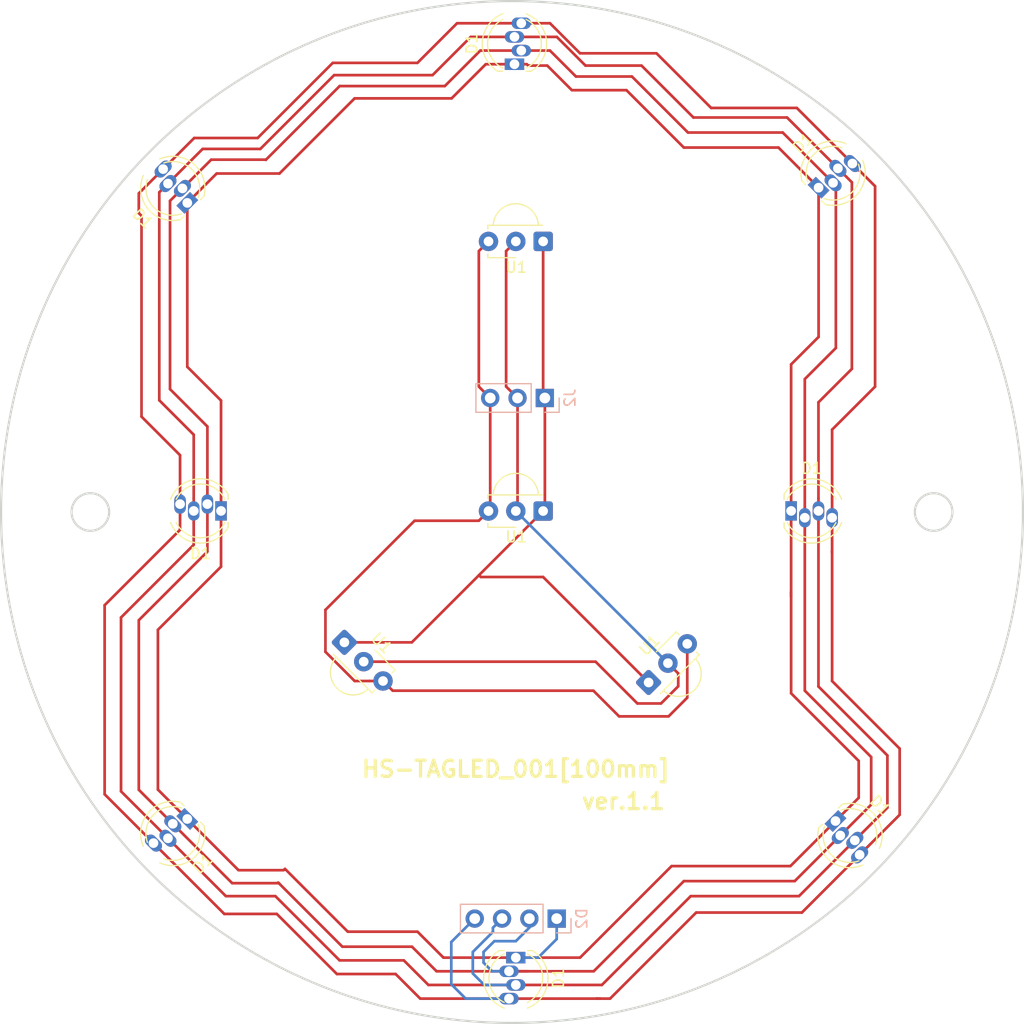
<source format=kicad_pcb>
(kicad_pcb (version 20171130) (host pcbnew "(5.1.2)-2")

  (general
    (thickness 1.6)
    (drawings 5)
    (tracks 240)
    (zones 0)
    (modules 14)
    (nets 8)
  )

  (page A4)
  (layers
    (0 F.Cu signal)
    (31 B.Cu signal)
    (32 B.Adhes user)
    (33 F.Adhes user)
    (34 B.Paste user)
    (35 F.Paste user)
    (36 B.SilkS user)
    (37 F.SilkS user)
    (38 B.Mask user)
    (39 F.Mask user)
    (40 Dwgs.User user)
    (41 Cmts.User user)
    (42 Eco1.User user)
    (43 Eco2.User user)
    (44 Edge.Cuts user)
    (45 Margin user)
    (46 B.CrtYd user)
    (47 F.CrtYd user)
    (48 B.Fab user)
    (49 F.Fab user)
  )

  (setup
    (last_trace_width 0.25)
    (trace_clearance 0.2)
    (zone_clearance 0.508)
    (zone_45_only no)
    (trace_min 0.2)
    (via_size 0.8)
    (via_drill 0.4)
    (via_min_size 0.4)
    (via_min_drill 0.3)
    (uvia_size 0.3)
    (uvia_drill 0.1)
    (uvias_allowed no)
    (uvia_min_size 0.2)
    (uvia_min_drill 0.1)
    (edge_width 0.05)
    (segment_width 0.2)
    (pcb_text_width 0.3)
    (pcb_text_size 1.5 1.5)
    (mod_edge_width 0.12)
    (mod_text_size 1 1)
    (mod_text_width 0.15)
    (pad_size 1.8 1.8)
    (pad_drill 0.9)
    (pad_to_mask_clearance 0.051)
    (solder_mask_min_width 0.25)
    (aux_axis_origin 80.01 140.01)
    (grid_origin 80.01 140.01)
    (visible_elements 7FFFFFFF)
    (pcbplotparams
      (layerselection 0x090fc_ffffffff)
      (usegerberextensions true)
      (usegerberattributes false)
      (usegerberadvancedattributes false)
      (creategerberjobfile false)
      (excludeedgelayer true)
      (linewidth 0.100000)
      (plotframeref false)
      (viasonmask false)
      (mode 1)
      (useauxorigin false)
      (hpglpennumber 1)
      (hpglpenspeed 20)
      (hpglpendiameter 15.000000)
      (psnegative false)
      (psa4output false)
      (plotreference true)
      (plotvalue true)
      (plotinvisibletext false)
      (padsonsilk false)
      (subtractmaskfromsilk true)
      (outputformat 1)
      (mirror false)
      (drillshape 0)
      (scaleselection 1)
      (outputdirectory "C:/Users/YUUTA ISHII/Desktop/HS-TAGLED001/"))
  )

  (net 0 "")
  (net 1 "Net-(D1-Pad1)")
  (net 2 "Net-(D1-Pad2)")
  (net 3 "Net-(D1-Pad3)")
  (net 4 "Net-(D1-Pad4)")
  (net 5 "Net-(J2-Pad1)")
  (net 6 "Net-(J2-Pad2)")
  (net 7 "Net-(J2-Pad3)")

  (net_class Default "これはデフォルトのネット クラスです。"
    (clearance 0.2)
    (trace_width 0.25)
    (via_dia 0.8)
    (via_drill 0.4)
    (uvia_dia 0.3)
    (uvia_drill 0.1)
    (add_net "Net-(D1-Pad1)")
    (add_net "Net-(D1-Pad2)")
    (add_net "Net-(D1-Pad3)")
    (add_net "Net-(D1-Pad4)")
    (add_net "Net-(J2-Pad1)")
    (add_net "Net-(J2-Pad2)")
    (add_net "Net-(J2-Pad3)")
  )

  (module OptoDevice:Vishay_MINICAST-3Pin (layer F.Cu) (tedit 5D7522FA) (tstamp 5D74D99D)
    (at 130.01 64.955 180)
    (descr "IR Receiver Vishay TSOP-xxxx, MINICAST package, see https://www.vishay.com/docs/82669/tsop32s40f.pdf")
    (tags "IR Receiver Vishay TSOP-xxxx MINICAST")
    (path /5D5A22C4)
    (fp_text reference U1 (at -0.04 -2.4) (layer F.SilkS)
      (effects (font (size 1 1) (thickness 0.15)))
    )
    (fp_text value TSOP59540TR1 (at 0.01 4.6) (layer F.Fab)
      (effects (font (size 1 1) (thickness 0.15)))
    )
    (fp_line (start -1.75 -1.4) (end -2.5 -0.65) (layer F.Fab) (width 0.1))
    (fp_arc (start 0 1.4) (end 2 1.4) (angle 180) (layer F.Fab) (width 0.1))
    (fp_arc (start 0 1.4) (end 2.1 1.5) (angle 174.5) (layer F.SilkS) (width 0.12))
    (fp_line (start 3.69 3.7) (end -3.69 3.7) (layer F.CrtYd) (width 0.05))
    (fp_line (start 3.69 3.7) (end 3.69 -1.65) (layer F.CrtYd) (width 0.05))
    (fp_line (start -3.69 -1.65) (end -3.69 3.7) (layer F.CrtYd) (width 0.05))
    (fp_line (start -3.69 -1.65) (end 3.69 -1.65) (layer F.CrtYd) (width 0.05))
    (fp_line (start -2.5 1.4) (end -2.5 -0.65) (layer F.Fab) (width 0.1))
    (fp_line (start 2.5 1.4) (end -2.5 1.4) (layer F.Fab) (width 0.1))
    (fp_line (start 2.5 -1.4) (end 2.5 1.4) (layer F.Fab) (width 0.1))
    (fp_line (start -1.75 -1.4) (end 2.5 -1.4) (layer F.Fab) (width 0.1))
    (fp_line (start 2.6 1.5) (end -2.49 1.5) (layer F.SilkS) (width 0.12))
    (fp_line (start 2.6 1.16) (end 2.6 1.5) (layer F.SilkS) (width 0.12))
    (fp_line (start 2.6 -1.51) (end 0 -1.51) (layer F.SilkS) (width 0.12))
    (fp_line (start 2.6 -1.16) (end 2.6 -1.51) (layer F.SilkS) (width 0.12))
    (fp_text user %R (at 0 0 180) (layer F.Fab)
      (effects (font (size 1 1) (thickness 0.15)))
    )
    (pad 3 thru_hole circle (at 2.54 0 180) (size 1.8 1.8) (drill 0.9) (layers *.Cu *.Mask)
      (net 7 "Net-(J2-Pad3)"))
    (pad 2 thru_hole circle (at 0 0 180) (size 1.8 1.8) (drill 0.9) (layers *.Cu *.Mask)
      (net 6 "Net-(J2-Pad2)"))
    (pad 1 thru_hole roundrect (at -2.54 0 180) (size 1.8 1.8) (drill 0.9) (layers *.Cu *.Mask) (roundrect_rratio 0.139)
      (net 5 "Net-(J2-Pad1)"))
    (model ${KISYS3DMOD}/OptoDevice.3dshapes/Vishay_MINICAST-3Pin.wrl
      (at (xyz 0 0 0))
      (scale (xyz 1 1 1))
      (rotate (xyz 0 0 0))
    )
  )

  (module Connector_PinHeader_2.54mm:PinHeader_1x04_P2.54mm_Vertical (layer B.Cu) (tedit 5D73E2B5) (tstamp 5D7581C7)
    (at 133.81 127.91 90)
    (descr "Through hole straight pin header, 1x04, 2.54mm pitch, single row")
    (tags "Through hole pin header THT 1x04 2.54mm single row")
    (path /5D5E563C)
    (fp_text reference D2 (at 0 2.33 270) (layer B.SilkS)
      (effects (font (size 1 1) (thickness 0.15)) (justify mirror))
    )
    (fp_text value LED_ARGB (at 0 -9.95 270) (layer B.Fab)
      (effects (font (size 1 1) (thickness 0.15)) (justify mirror))
    )
    (fp_line (start -0.635 1.27) (end 1.27 1.27) (layer B.Fab) (width 0.1))
    (fp_line (start 1.27 1.27) (end 1.27 -8.89) (layer B.Fab) (width 0.1))
    (fp_line (start 1.27 -8.89) (end -1.27 -8.89) (layer B.Fab) (width 0.1))
    (fp_line (start -1.27 -8.89) (end -1.27 0.635) (layer B.Fab) (width 0.1))
    (fp_line (start -1.27 0.635) (end -0.635 1.27) (layer B.Fab) (width 0.1))
    (fp_line (start -1.33 -8.95) (end 1.33 -8.95) (layer B.SilkS) (width 0.12))
    (fp_line (start -1.33 -1.27) (end -1.33 -8.95) (layer B.SilkS) (width 0.12))
    (fp_line (start 1.33 -1.27) (end 1.33 -8.95) (layer B.SilkS) (width 0.12))
    (fp_line (start -1.33 -1.27) (end 1.33 -1.27) (layer B.SilkS) (width 0.12))
    (fp_line (start -1.33 0) (end -1.33 1.33) (layer B.SilkS) (width 0.12))
    (fp_line (start -1.33 1.33) (end 0 1.33) (layer B.SilkS) (width 0.12))
    (fp_line (start -1.8 1.8) (end -1.8 -9.4) (layer B.CrtYd) (width 0.05))
    (fp_line (start -1.8 -9.4) (end 1.8 -9.4) (layer B.CrtYd) (width 0.05))
    (fp_line (start 1.8 -9.4) (end 1.8 1.8) (layer B.CrtYd) (width 0.05))
    (fp_line (start 1.8 1.8) (end -1.8 1.8) (layer B.CrtYd) (width 0.05))
    (fp_text user %R (at 0 -3.81) (layer B.Fab)
      (effects (font (size 1 1) (thickness 0.15)) (justify mirror))
    )
    (pad 1 thru_hole rect (at 0 0 90) (size 1.7 1.7) (drill 1) (layers *.Cu *.Mask)
      (net 1 "Net-(D1-Pad1)"))
    (pad 2 thru_hole oval (at 0 -2.54 90) (size 1.7 1.7) (drill 1) (layers *.Cu *.Mask)
      (net 2 "Net-(D1-Pad2)"))
    (pad 3 thru_hole oval (at 0 -5.08 90) (size 1.7 1.7) (drill 1) (layers *.Cu *.Mask)
      (net 3 "Net-(D1-Pad3)"))
    (pad 4 thru_hole oval (at 0 -7.62 90) (size 1.7 1.7) (drill 1) (layers *.Cu *.Mask)
      (net 4 "Net-(D1-Pad4)"))
    (model ${KISYS3DMOD}/Connector_PinHeader_2.54mm.3dshapes/PinHeader_1x04_P2.54mm_Vertical.wrl
      (at (xyz 0 0 0))
      (scale (xyz 1 1 1))
      (rotate (xyz 0 0 0))
    )
  )

  (module Connector_PinHeader_2.54mm:PinHeader_1x03_P2.54mm_Vertical (layer B.Cu) (tedit 59FED5CC) (tstamp 5D758141)
    (at 132.71 79.51 90)
    (descr "Through hole straight pin header, 1x03, 2.54mm pitch, single row")
    (tags "Through hole pin header THT 1x03 2.54mm single row")
    (path /5D745688)
    (fp_text reference J2 (at 0 2.33 -90) (layer B.SilkS)
      (effects (font (size 1 1) (thickness 0.15)) (justify mirror))
    )
    (fp_text value Conn_01x03 (at 0 -7.41 -90) (layer B.Fab)
      (effects (font (size 1 1) (thickness 0.15)) (justify mirror))
    )
    (fp_text user %R (at 0 -2.54) (layer B.Fab)
      (effects (font (size 1 1) (thickness 0.15)) (justify mirror))
    )
    (fp_line (start 1.8 1.8) (end -1.8 1.8) (layer B.CrtYd) (width 0.05))
    (fp_line (start 1.8 -6.85) (end 1.8 1.8) (layer B.CrtYd) (width 0.05))
    (fp_line (start -1.8 -6.85) (end 1.8 -6.85) (layer B.CrtYd) (width 0.05))
    (fp_line (start -1.8 1.8) (end -1.8 -6.85) (layer B.CrtYd) (width 0.05))
    (fp_line (start -1.33 1.33) (end 0 1.33) (layer B.SilkS) (width 0.12))
    (fp_line (start -1.33 0) (end -1.33 1.33) (layer B.SilkS) (width 0.12))
    (fp_line (start -1.33 -1.27) (end 1.33 -1.27) (layer B.SilkS) (width 0.12))
    (fp_line (start 1.33 -1.27) (end 1.33 -6.41) (layer B.SilkS) (width 0.12))
    (fp_line (start -1.33 -1.27) (end -1.33 -6.41) (layer B.SilkS) (width 0.12))
    (fp_line (start -1.33 -6.41) (end 1.33 -6.41) (layer B.SilkS) (width 0.12))
    (fp_line (start -1.27 0.635) (end -0.635 1.27) (layer B.Fab) (width 0.1))
    (fp_line (start -1.27 -6.35) (end -1.27 0.635) (layer B.Fab) (width 0.1))
    (fp_line (start 1.27 -6.35) (end -1.27 -6.35) (layer B.Fab) (width 0.1))
    (fp_line (start 1.27 1.27) (end 1.27 -6.35) (layer B.Fab) (width 0.1))
    (fp_line (start -0.635 1.27) (end 1.27 1.27) (layer B.Fab) (width 0.1))
    (pad 3 thru_hole oval (at 0 -5.08 90) (size 1.7 1.7) (drill 1) (layers *.Cu *.Mask)
      (net 7 "Net-(J2-Pad3)"))
    (pad 2 thru_hole oval (at 0 -2.54 90) (size 1.7 1.7) (drill 1) (layers *.Cu *.Mask)
      (net 6 "Net-(J2-Pad2)"))
    (pad 1 thru_hole rect (at 0 0 90) (size 1.7 1.7) (drill 1) (layers *.Cu *.Mask)
      (net 5 "Net-(J2-Pad1)"))
    (model ${KISYS3DMOD}/Connector_PinHeader_2.54mm.3dshapes/PinHeader_1x03_P2.54mm_Vertical.wrl
      (at (xyz 0 0 0))
      (scale (xyz 1 1 1))
      (rotate (xyz 0 0 0))
    )
  )

  (module LED_THT:LED_D5.0mm-4_RGB (layer F.Cu) (tedit 5D75210F) (tstamp 5D745EBF)
    (at 129.883 48.481 90)
    (descr "LED, diameter 5.0mm, 2 pins, diameter 5.0mm, 3 pins, diameter 5.0mm, 4 pins, http://www.kingbright.com/attachments/file/psearch/000/00/00/L-154A4SUREQBFZGEW(Ver.9A).pdf")
    (tags "LED diameter 5.0mm 2 pins diameter 5.0mm 3 pins diameter 5.0mm 4 pins RGB RGBLED")
    (path /5D73DD13)
    (fp_text reference D1 (at 1.905 -3.96 90) (layer F.SilkS)
      (effects (font (size 1 1) (thickness 0.15)))
    )
    (fp_text value LED_ARGB (at 1.905 3.96 90) (layer F.Fab)
      (effects (font (size 1 1) (thickness 0.15)))
    )
    (fp_arc (start 1.905 0) (end -0.595 -1.469694) (angle 299.1) (layer F.Fab) (width 0.1))
    (fp_arc (start 1.905 0) (end -0.655 -1.54483) (angle 127.7) (layer F.SilkS) (width 0.12))
    (fp_arc (start 1.905 0) (end -0.655 1.54483) (angle -127.7) (layer F.SilkS) (width 0.12))
    (fp_arc (start 1.905 0) (end -0.349684 -1.08) (angle 128.8) (layer F.SilkS) (width 0.12))
    (fp_arc (start 1.905 0) (end -0.349684 1.08) (angle -128.8) (layer F.SilkS) (width 0.12))
    (fp_circle (center 1.905 0) (end 4.405 0) (layer F.Fab) (width 0.1))
    (fp_line (start -0.595 -1.469694) (end -0.595 1.469694) (layer F.Fab) (width 0.1))
    (fp_line (start -0.655 -1.545) (end -0.655 -1.08) (layer F.SilkS) (width 0.12))
    (fp_line (start -0.655 1.08) (end -0.655 1.545) (layer F.SilkS) (width 0.12))
    (fp_line (start -1.35 -3.25) (end -1.35 3.25) (layer F.CrtYd) (width 0.05))
    (fp_line (start -1.35 3.25) (end 5.15 3.25) (layer F.CrtYd) (width 0.05))
    (fp_line (start 5.15 3.25) (end 5.15 -3.25) (layer F.CrtYd) (width 0.05))
    (fp_line (start 5.15 -3.25) (end -1.35 -3.25) (layer F.CrtYd) (width 0.05))
    (fp_text user %R (at 1.905 -3.96 90) (layer F.Fab)
      (effects (font (size 1 1) (thickness 0.15)))
    )
    (pad 1 thru_hole rect (at 0 0 90) (size 1.07 1.8) (drill 0.9) (layers *.Cu *.Mask)
      (net 1 "Net-(D1-Pad1)"))
    (pad 2 thru_hole oval (at 1.27 0.635 90) (size 1.07 1.8) (drill 0.9) (layers *.Cu *.Mask)
      (net 2 "Net-(D1-Pad2)"))
    (pad 3 thru_hole oval (at 2.54 0 90) (size 1.07 1.8) (drill 0.9) (layers *.Cu *.Mask)
      (net 3 "Net-(D1-Pad3)"))
    (pad 4 thru_hole oval (at 3.81 0.635 90) (size 1.07 1.8) (drill 0.9) (layers *.Cu *.Mask)
      (net 4 "Net-(D1-Pad4)"))
    (model ${KISYS3DMOD}/LED_THT.3dshapes/LED_D5.0mm-4_RGB.wrl
      (at (xyz 0 0 0))
      (scale (xyz 1 1 1))
      (rotate (xyz 0 0 0))
    )
  )

  (module LED_THT:LED_D5.0mm-4_RGB (layer F.Cu) (tedit 5D752100) (tstamp 5D753E87)
    (at 158.157038 59.957962 45)
    (descr "LED, diameter 5.0mm, 2 pins, diameter 5.0mm, 3 pins, diameter 5.0mm, 4 pins, http://www.kingbright.com/attachments/file/psearch/000/00/00/L-154A4SUREQBFZGEW(Ver.9A).pdf")
    (tags "LED diameter 5.0mm 2 pins diameter 5.0mm 3 pins diameter 5.0mm 4 pins RGB RGBLED")
    (path /5D73DD13)
    (fp_text reference D1 (at 1.905 -3.96 45) (layer F.SilkS)
      (effects (font (size 1 1) (thickness 0.15)))
    )
    (fp_text value LED_ARGB (at 1.905 3.96 45) (layer F.Fab)
      (effects (font (size 1 1) (thickness 0.15)))
    )
    (fp_text user %R (at 1.905 -3.96 45) (layer F.Fab)
      (effects (font (size 1 1) (thickness 0.15)))
    )
    (fp_line (start 5.15 -3.25) (end -1.35 -3.25) (layer F.CrtYd) (width 0.05))
    (fp_line (start 5.15 3.25) (end 5.15 -3.25) (layer F.CrtYd) (width 0.05))
    (fp_line (start -1.35 3.25) (end 5.15 3.25) (layer F.CrtYd) (width 0.05))
    (fp_line (start -1.35 -3.25) (end -1.35 3.25) (layer F.CrtYd) (width 0.05))
    (fp_line (start -0.655 1.08) (end -0.655 1.545) (layer F.SilkS) (width 0.12))
    (fp_line (start -0.655 -1.545) (end -0.655 -1.08) (layer F.SilkS) (width 0.12))
    (fp_line (start -0.595 -1.469694) (end -0.595 1.469694) (layer F.Fab) (width 0.1))
    (fp_circle (center 1.905 0) (end 4.405 0) (layer F.Fab) (width 0.1))
    (fp_arc (start 1.905 0) (end -0.349684 1.08) (angle -128.8) (layer F.SilkS) (width 0.12))
    (fp_arc (start 1.905 0) (end -0.349684 -1.08) (angle 128.8) (layer F.SilkS) (width 0.12))
    (fp_arc (start 1.905 0) (end -0.655 1.54483) (angle -127.7) (layer F.SilkS) (width 0.12))
    (fp_arc (start 1.905 0) (end -0.655 -1.54483) (angle 127.7) (layer F.SilkS) (width 0.12))
    (fp_arc (start 1.905 0) (end -0.595 -1.469694) (angle 299.1) (layer F.Fab) (width 0.1))
    (pad 4 thru_hole oval (at 3.81 0.635 45) (size 1.07 1.8) (drill 0.9) (layers *.Cu *.Mask)
      (net 4 "Net-(D1-Pad4)"))
    (pad 3 thru_hole oval (at 2.54 0 45) (size 1.07 1.8) (drill 0.9) (layers *.Cu *.Mask)
      (net 3 "Net-(D1-Pad3)"))
    (pad 2 thru_hole oval (at 1.27 0.635 45) (size 1.07 1.8) (drill 0.9) (layers *.Cu *.Mask)
      (net 2 "Net-(D1-Pad2)"))
    (pad 1 thru_hole rect (at 0 0 45) (size 1.07 1.8) (drill 0.9) (layers *.Cu *.Mask)
      (net 1 "Net-(D1-Pad1)"))
    (model ${KISYS3DMOD}/LED_THT.3dshapes/LED_D5.0mm-4_RGB.wrl
      (at (xyz 0 0 0))
      (scale (xyz 1 1 1))
      (rotate (xyz 0 0 0))
    )
  )

  (module LED_THT:LED_D5.0mm-4_RGB (layer F.Cu) (tedit 5D7520ED) (tstamp 5D7541E4)
    (at 99.467176 61.372176 135)
    (descr "LED, diameter 5.0mm, 2 pins, diameter 5.0mm, 3 pins, diameter 5.0mm, 4 pins, http://www.kingbright.com/attachments/file/psearch/000/00/00/L-154A4SUREQBFZGEW(Ver.9A).pdf")
    (tags "LED diameter 5.0mm 2 pins diameter 5.0mm 3 pins diameter 5.0mm 4 pins RGB RGBLED")
    (path /5D73DD13)
    (fp_text reference D1 (at 1.905 -3.96 135) (layer F.SilkS)
      (effects (font (size 1 1) (thickness 0.15)))
    )
    (fp_text value LED_ARGB (at 1.905 3.96 135) (layer F.Fab)
      (effects (font (size 1 1) (thickness 0.15)))
    )
    (fp_arc (start 1.905 0) (end -0.595 -1.469694) (angle 299.1) (layer F.Fab) (width 0.1))
    (fp_arc (start 1.905 0) (end -0.655 -1.54483) (angle 127.7) (layer F.SilkS) (width 0.12))
    (fp_arc (start 1.905 0) (end -0.655 1.54483) (angle -127.7) (layer F.SilkS) (width 0.12))
    (fp_arc (start 1.905 0) (end -0.349684 -1.08) (angle 128.8) (layer F.SilkS) (width 0.12))
    (fp_arc (start 1.905 0) (end -0.349684 1.08) (angle -128.8) (layer F.SilkS) (width 0.12))
    (fp_circle (center 1.905 0) (end 4.405 0) (layer F.Fab) (width 0.1))
    (fp_line (start -0.595 -1.469694) (end -0.595 1.469694) (layer F.Fab) (width 0.1))
    (fp_line (start -0.655 -1.545) (end -0.655 -1.08) (layer F.SilkS) (width 0.12))
    (fp_line (start -0.655 1.08) (end -0.655 1.545) (layer F.SilkS) (width 0.12))
    (fp_line (start -1.35 -3.25) (end -1.35 3.25) (layer F.CrtYd) (width 0.05))
    (fp_line (start -1.35 3.25) (end 5.15 3.25) (layer F.CrtYd) (width 0.05))
    (fp_line (start 5.15 3.25) (end 5.15 -3.25) (layer F.CrtYd) (width 0.05))
    (fp_line (start 5.15 -3.25) (end -1.35 -3.25) (layer F.CrtYd) (width 0.05))
    (fp_text user %R (at 1.905 -3.96 135) (layer F.Fab)
      (effects (font (size 1 1) (thickness 0.15)))
    )
    (pad 1 thru_hole rect (at 0 0 135) (size 1.07 1.8) (drill 0.9) (layers *.Cu *.Mask)
      (net 1 "Net-(D1-Pad1)"))
    (pad 2 thru_hole oval (at 1.27 0.635 135) (size 1.07 1.8) (drill 0.9) (layers *.Cu *.Mask)
      (net 2 "Net-(D1-Pad2)"))
    (pad 3 thru_hole oval (at 2.54 0 135) (size 1.07 1.8) (drill 0.9) (layers *.Cu *.Mask)
      (net 3 "Net-(D1-Pad3)"))
    (pad 4 thru_hole oval (at 3.81 0.635 135) (size 1.07 1.8) (drill 0.9) (layers *.Cu *.Mask)
      (net 4 "Net-(D1-Pad4)"))
    (model ${KISYS3DMOD}/LED_THT.3dshapes/LED_D5.0mm-4_RGB.wrl
      (at (xyz 0 0 0))
      (scale (xyz 1 1 1))
      (rotate (xyz 0 0 0))
    )
  )

  (module LED_THT:LED_D5.0mm-4_RGB (layer F.Cu) (tedit 5D7520DA) (tstamp 5D754267)
    (at 102.605 90.01 180)
    (descr "LED, diameter 5.0mm, 2 pins, diameter 5.0mm, 3 pins, diameter 5.0mm, 4 pins, http://www.kingbright.com/attachments/file/psearch/000/00/00/L-154A4SUREQBFZGEW(Ver.9A).pdf")
    (tags "LED diameter 5.0mm 2 pins diameter 5.0mm 3 pins diameter 5.0mm 4 pins RGB RGBLED")
    (path /5D73DD13)
    (fp_text reference D1 (at 1.905 -3.96 180) (layer F.SilkS)
      (effects (font (size 1 1) (thickness 0.15)))
    )
    (fp_text value LED_ARGB (at 1.905 3.96 180) (layer F.Fab)
      (effects (font (size 1 1) (thickness 0.15)))
    )
    (fp_arc (start 1.905 0) (end -0.595 -1.469694) (angle 299.1) (layer F.Fab) (width 0.1))
    (fp_arc (start 1.905 0) (end -0.655 -1.54483) (angle 127.7) (layer F.SilkS) (width 0.12))
    (fp_arc (start 1.905 0) (end -0.655 1.54483) (angle -127.7) (layer F.SilkS) (width 0.12))
    (fp_arc (start 1.905 0) (end -0.349684 -1.08) (angle 128.8) (layer F.SilkS) (width 0.12))
    (fp_arc (start 1.905 0) (end -0.349684 1.08) (angle -128.8) (layer F.SilkS) (width 0.12))
    (fp_circle (center 1.905 0) (end 4.405 0) (layer F.Fab) (width 0.1))
    (fp_line (start -0.595 -1.469694) (end -0.595 1.469694) (layer F.Fab) (width 0.1))
    (fp_line (start -0.655 -1.545) (end -0.655 -1.08) (layer F.SilkS) (width 0.12))
    (fp_line (start -0.655 1.08) (end -0.655 1.545) (layer F.SilkS) (width 0.12))
    (fp_line (start -1.35 -3.25) (end -1.35 3.25) (layer F.CrtYd) (width 0.05))
    (fp_line (start -1.35 3.25) (end 5.15 3.25) (layer F.CrtYd) (width 0.05))
    (fp_line (start 5.15 3.25) (end 5.15 -3.25) (layer F.CrtYd) (width 0.05))
    (fp_line (start 5.15 -3.25) (end -1.35 -3.25) (layer F.CrtYd) (width 0.05))
    (fp_text user %R (at 1.905 -3.96 180) (layer F.Fab)
      (effects (font (size 1 1) (thickness 0.15)))
    )
    (pad 1 thru_hole rect (at 0 0 180) (size 1.07 1.8) (drill 0.9) (layers *.Cu *.Mask)
      (net 1 "Net-(D1-Pad1)"))
    (pad 2 thru_hole oval (at 1.27 0.635 180) (size 1.07 1.8) (drill 0.9) (layers *.Cu *.Mask)
      (net 2 "Net-(D1-Pad2)"))
    (pad 3 thru_hole oval (at 2.54 0 180) (size 1.07 1.8) (drill 0.9) (layers *.Cu *.Mask)
      (net 3 "Net-(D1-Pad3)"))
    (pad 4 thru_hole oval (at 3.81 0.635 180) (size 1.07 1.8) (drill 0.9) (layers *.Cu *.Mask)
      (net 4 "Net-(D1-Pad4)"))
    (model ${KISYS3DMOD}/LED_THT.3dshapes/LED_D5.0mm-4_RGB.wrl
      (at (xyz 0 0 0))
      (scale (xyz 1 1 1))
      (rotate (xyz 0 0 0))
    )
  )

  (module LED_THT:LED_D5.0mm-4_RGB (layer F.Cu) (tedit 5D7520CC) (tstamp 5D753EDC)
    (at 155.605 90.01)
    (descr "LED, diameter 5.0mm, 2 pins, diameter 5.0mm, 3 pins, diameter 5.0mm, 4 pins, http://www.kingbright.com/attachments/file/psearch/000/00/00/L-154A4SUREQBFZGEW(Ver.9A).pdf")
    (tags "LED diameter 5.0mm 2 pins diameter 5.0mm 3 pins diameter 5.0mm 4 pins RGB RGBLED")
    (path /5D73DD13)
    (fp_text reference D1 (at 1.905 -3.96) (layer F.SilkS)
      (effects (font (size 1 1) (thickness 0.15)))
    )
    (fp_text value LED_ARGB (at 1.905 3.96) (layer F.Fab)
      (effects (font (size 1 1) (thickness 0.15)))
    )
    (fp_text user %R (at 1.905 -3.96) (layer F.Fab)
      (effects (font (size 1 1) (thickness 0.15)))
    )
    (fp_line (start 5.15 -3.25) (end -1.35 -3.25) (layer F.CrtYd) (width 0.05))
    (fp_line (start 5.15 3.25) (end 5.15 -3.25) (layer F.CrtYd) (width 0.05))
    (fp_line (start -1.35 3.25) (end 5.15 3.25) (layer F.CrtYd) (width 0.05))
    (fp_line (start -1.35 -3.25) (end -1.35 3.25) (layer F.CrtYd) (width 0.05))
    (fp_line (start -0.655 1.08) (end -0.655 1.545) (layer F.SilkS) (width 0.12))
    (fp_line (start -0.655 -1.545) (end -0.655 -1.08) (layer F.SilkS) (width 0.12))
    (fp_line (start -0.595 -1.469694) (end -0.595 1.469694) (layer F.Fab) (width 0.1))
    (fp_circle (center 1.905 0) (end 4.405 0) (layer F.Fab) (width 0.1))
    (fp_arc (start 1.905 0) (end -0.349684 1.08) (angle -128.8) (layer F.SilkS) (width 0.12))
    (fp_arc (start 1.905 0) (end -0.349684 -1.08) (angle 128.8) (layer F.SilkS) (width 0.12))
    (fp_arc (start 1.905 0) (end -0.655 1.54483) (angle -127.7) (layer F.SilkS) (width 0.12))
    (fp_arc (start 1.905 0) (end -0.655 -1.54483) (angle 127.7) (layer F.SilkS) (width 0.12))
    (fp_arc (start 1.905 0) (end -0.595 -1.469694) (angle 299.1) (layer F.Fab) (width 0.1))
    (pad 4 thru_hole oval (at 3.81 0.635) (size 1.07 1.8) (drill 0.9) (layers *.Cu *.Mask)
      (net 4 "Net-(D1-Pad4)"))
    (pad 3 thru_hole oval (at 2.54 0) (size 1.07 1.8) (drill 0.9) (layers *.Cu *.Mask)
      (net 3 "Net-(D1-Pad3)"))
    (pad 2 thru_hole oval (at 1.27 0.635) (size 1.07 1.8) (drill 0.9) (layers *.Cu *.Mask)
      (net 2 "Net-(D1-Pad2)"))
    (pad 1 thru_hole rect (at 0 0) (size 1.07 1.8) (drill 0.9) (layers *.Cu *.Mask)
      (net 1 "Net-(D1-Pad1)"))
    (model ${KISYS3DMOD}/LED_THT.3dshapes/LED_D5.0mm-4_RGB.wrl
      (at (xyz 0 0 0))
      (scale (xyz 1 1 1))
      (rotate (xyz 0 0 0))
    )
  )

  (module LED_THT:LED_D5.0mm-4_RGB (layer F.Cu) (tedit 5D7520BB) (tstamp 5D753DEE)
    (at 159.728 118.839 315)
    (descr "LED, diameter 5.0mm, 2 pins, diameter 5.0mm, 3 pins, diameter 5.0mm, 4 pins, http://www.kingbright.com/attachments/file/psearch/000/00/00/L-154A4SUREQBFZGEW(Ver.9A).pdf")
    (tags "LED diameter 5.0mm 2 pins diameter 5.0mm 3 pins diameter 5.0mm 4 pins RGB RGBLED")
    (path /5D73DD13)
    (fp_text reference D1 (at 1.905 -3.96 315) (layer F.SilkS)
      (effects (font (size 1 1) (thickness 0.15)))
    )
    (fp_text value LED_ARGB (at 1.905 3.96 315) (layer F.Fab)
      (effects (font (size 1 1) (thickness 0.15)))
    )
    (fp_text user %R (at 1.905 -3.96 315) (layer F.Fab)
      (effects (font (size 1 1) (thickness 0.15)))
    )
    (fp_line (start 5.15 -3.25) (end -1.35 -3.25) (layer F.CrtYd) (width 0.05))
    (fp_line (start 5.15 3.25) (end 5.15 -3.25) (layer F.CrtYd) (width 0.05))
    (fp_line (start -1.35 3.25) (end 5.15 3.25) (layer F.CrtYd) (width 0.05))
    (fp_line (start -1.35 -3.25) (end -1.35 3.25) (layer F.CrtYd) (width 0.05))
    (fp_line (start -0.655 1.08) (end -0.655 1.545) (layer F.SilkS) (width 0.12))
    (fp_line (start -0.655 -1.545) (end -0.655 -1.08) (layer F.SilkS) (width 0.12))
    (fp_line (start -0.595 -1.469694) (end -0.595 1.469694) (layer F.Fab) (width 0.1))
    (fp_circle (center 1.905 0) (end 4.405 0) (layer F.Fab) (width 0.1))
    (fp_arc (start 1.905 0) (end -0.349684 1.08) (angle -128.8) (layer F.SilkS) (width 0.12))
    (fp_arc (start 1.905 0) (end -0.349684 -1.08) (angle 128.8) (layer F.SilkS) (width 0.12))
    (fp_arc (start 1.905 0) (end -0.655 1.54483) (angle -127.7) (layer F.SilkS) (width 0.12))
    (fp_arc (start 1.905 0) (end -0.655 -1.54483) (angle 127.7) (layer F.SilkS) (width 0.12))
    (fp_arc (start 1.905 0) (end -0.595 -1.469694) (angle 299.1) (layer F.Fab) (width 0.1))
    (pad 4 thru_hole oval (at 3.81 0.635 315) (size 1.07 1.8) (drill 0.9) (layers *.Cu *.Mask)
      (net 4 "Net-(D1-Pad4)"))
    (pad 3 thru_hole oval (at 2.54 0 315) (size 1.07 1.8) (drill 0.9) (layers *.Cu *.Mask)
      (net 3 "Net-(D1-Pad3)"))
    (pad 2 thru_hole oval (at 1.27 0.635 315) (size 1.07 1.8) (drill 0.9) (layers *.Cu *.Mask)
      (net 2 "Net-(D1-Pad2)"))
    (pad 1 thru_hole rect (at 0 0 315) (size 1.07 1.8) (drill 0.9) (layers *.Cu *.Mask)
      (net 1 "Net-(D1-Pad1)"))
    (model ${KISYS3DMOD}/LED_THT.3dshapes/LED_D5.0mm-4_RGB.wrl
      (at (xyz 0 0 0))
      (scale (xyz 1 1 1))
      (rotate (xyz 0 0 0))
    )
  )

  (module LED_THT:LED_D5.0mm-4_RGB (layer F.Cu) (tedit 5D7520A7) (tstamp 5D7540F7)
    (at 130.01 131.539 270)
    (descr "LED, diameter 5.0mm, 2 pins, diameter 5.0mm, 3 pins, diameter 5.0mm, 4 pins, http://www.kingbright.com/attachments/file/psearch/000/00/00/L-154A4SUREQBFZGEW(Ver.9A).pdf")
    (tags "LED diameter 5.0mm 2 pins diameter 5.0mm 3 pins diameter 5.0mm 4 pins RGB RGBLED")
    (path /5D73DD13)
    (fp_text reference D1 (at 1.905 -3.96 270) (layer F.SilkS)
      (effects (font (size 1 1) (thickness 0.15)))
    )
    (fp_text value LED_ARGB (at 1.905 3.96 270) (layer F.Fab)
      (effects (font (size 1 1) (thickness 0.15)))
    )
    (fp_arc (start 1.905 0) (end -0.595 -1.469694) (angle 299.1) (layer F.Fab) (width 0.1))
    (fp_arc (start 1.905 0) (end -0.655 -1.54483) (angle 127.7) (layer F.SilkS) (width 0.12))
    (fp_arc (start 1.905 0) (end -0.655 1.54483) (angle -127.7) (layer F.SilkS) (width 0.12))
    (fp_arc (start 1.905 0) (end -0.349684 -1.08) (angle 128.8) (layer F.SilkS) (width 0.12))
    (fp_arc (start 1.905 0) (end -0.349684 1.08) (angle -128.8) (layer F.SilkS) (width 0.12))
    (fp_circle (center 1.905 0) (end 4.405 0) (layer F.Fab) (width 0.1))
    (fp_line (start -0.595 -1.469694) (end -0.595 1.469694) (layer F.Fab) (width 0.1))
    (fp_line (start -0.655 -1.545) (end -0.655 -1.08) (layer F.SilkS) (width 0.12))
    (fp_line (start -0.655 1.08) (end -0.655 1.545) (layer F.SilkS) (width 0.12))
    (fp_line (start -1.35 -3.25) (end -1.35 3.25) (layer F.CrtYd) (width 0.05))
    (fp_line (start -1.35 3.25) (end 5.15 3.25) (layer F.CrtYd) (width 0.05))
    (fp_line (start 5.15 3.25) (end 5.15 -3.25) (layer F.CrtYd) (width 0.05))
    (fp_line (start 5.15 -3.25) (end -1.35 -3.25) (layer F.CrtYd) (width 0.05))
    (fp_text user %R (at 1.905 -3.96 270) (layer F.Fab)
      (effects (font (size 1 1) (thickness 0.15)))
    )
    (pad 1 thru_hole rect (at 0 0 270) (size 1.07 1.8) (drill 0.9) (layers *.Cu *.Mask)
      (net 1 "Net-(D1-Pad1)"))
    (pad 2 thru_hole oval (at 1.27 0.635 270) (size 1.07 1.8) (drill 0.9) (layers *.Cu *.Mask)
      (net 2 "Net-(D1-Pad2)"))
    (pad 3 thru_hole oval (at 2.54 0 270) (size 1.07 1.8) (drill 0.9) (layers *.Cu *.Mask)
      (net 3 "Net-(D1-Pad3)"))
    (pad 4 thru_hole oval (at 3.81 0.635 270) (size 1.07 1.8) (drill 0.9) (layers *.Cu *.Mask)
      (net 4 "Net-(D1-Pad4)"))
    (model ${KISYS3DMOD}/LED_THT.3dshapes/LED_D5.0mm-4_RGB.wrl
      (at (xyz 0 0 0))
      (scale (xyz 1 1 1))
      (rotate (xyz 0 0 0))
    )
  )

  (module OptoDevice:Vishay_MINICAST-3Pin (layer F.Cu) (tedit 5D74DACD) (tstamp 5D745B78)
    (at 115.867865 104.025135 315)
    (descr "IR Receiver Vishay TSOP-xxxx, MINICAST package, see https://www.vishay.com/docs/82669/tsop32s40f.pdf")
    (tags "IR Receiver Vishay TSOP-xxxx MINICAST")
    (path /5D5A22C4)
    (fp_text reference U1 (at -0.04 -2.4 135) (layer F.SilkS)
      (effects (font (size 1 1) (thickness 0.15)))
    )
    (fp_text value TSOP59540TR1 (at 0.01 4.6 135) (layer F.Fab)
      (effects (font (size 1 1) (thickness 0.15)))
    )
    (fp_text user %R (at 0 0 315) (layer F.Fab)
      (effects (font (size 1 1) (thickness 0.15)))
    )
    (fp_line (start 2.6 -1.16) (end 2.6 -1.51) (layer F.SilkS) (width 0.12))
    (fp_line (start 2.6 -1.51) (end 0 -1.51) (layer F.SilkS) (width 0.12))
    (fp_line (start 2.6 1.16) (end 2.6 1.5) (layer F.SilkS) (width 0.12))
    (fp_line (start 2.6 1.5) (end -2.49 1.5) (layer F.SilkS) (width 0.12))
    (fp_line (start -1.75 -1.4) (end 2.5 -1.4) (layer F.Fab) (width 0.1))
    (fp_line (start 2.5 -1.4) (end 2.5 1.4) (layer F.Fab) (width 0.1))
    (fp_line (start 2.5 1.4) (end -2.5 1.4) (layer F.Fab) (width 0.1))
    (fp_line (start -2.5 1.4) (end -2.5 -0.65) (layer F.Fab) (width 0.1))
    (fp_line (start -3.69 -1.65) (end 3.69 -1.65) (layer F.CrtYd) (width 0.05))
    (fp_line (start -3.69 -1.65) (end -3.69 3.7) (layer F.CrtYd) (width 0.05))
    (fp_line (start 3.69 3.7) (end 3.69 -1.65) (layer F.CrtYd) (width 0.05))
    (fp_line (start 3.69 3.7) (end -3.69 3.7) (layer F.CrtYd) (width 0.05))
    (fp_arc (start 0 1.4) (end 2.1 1.5) (angle 174.5) (layer F.SilkS) (width 0.12))
    (fp_arc (start 0 1.4) (end 2 1.4) (angle 180) (layer F.Fab) (width 0.1))
    (fp_line (start -1.75 -1.4) (end -2.5 -0.65) (layer F.Fab) (width 0.1))
    (pad 1 thru_hole roundrect (at -2.54 0 315) (size 1.8 1.8) (drill 0.9) (layers *.Cu *.Mask) (roundrect_rratio 0.139)
      (net 5 "Net-(J2-Pad1)"))
    (pad 2 thru_hole circle (at 0 0 315) (size 1.8 1.8) (drill 0.9) (layers *.Cu *.Mask)
      (net 6 "Net-(J2-Pad2)"))
    (pad 3 thru_hole circle (at 2.54 0 315) (size 1.8 1.8) (drill 0.9) (layers *.Cu *.Mask)
      (net 7 "Net-(J2-Pad3)"))
    (model ${KISYS3DMOD}/OptoDevice.3dshapes/Vishay_MINICAST-3Pin.wrl
      (at (xyz 0 0 0))
      (scale (xyz 1 1 1))
      (rotate (xyz 0 0 0))
    )
  )

  (module OptoDevice:Vishay_MINICAST-3Pin (layer F.Cu) (tedit 5D7500EC) (tstamp 5D752D8E)
    (at 144.152135 104.163135 45)
    (descr "IR Receiver Vishay TSOP-xxxx, MINICAST package, see https://www.vishay.com/docs/82669/tsop32s40f.pdf")
    (tags "IR Receiver Vishay TSOP-xxxx MINICAST")
    (path /5D5A22C4)
    (fp_text reference U1 (at -0.04 -2.4 45) (layer F.SilkS)
      (effects (font (size 1 1) (thickness 0.15)))
    )
    (fp_text value TSOP59540TR1 (at 0.01 4.6 45) (layer F.Fab)
      (effects (font (size 1 1) (thickness 0.15)))
    )
    (fp_text user %R (at 0 0 -135) (layer F.Fab)
      (effects (font (size 1 1) (thickness 0.15)))
    )
    (fp_line (start 2.6 -1.16) (end 2.6 -1.51) (layer F.SilkS) (width 0.12))
    (fp_line (start 2.6 -1.51) (end 0 -1.51) (layer F.SilkS) (width 0.12))
    (fp_line (start 2.6 1.16) (end 2.6 1.5) (layer F.SilkS) (width 0.12))
    (fp_line (start 2.6 1.5) (end -2.49 1.5) (layer F.SilkS) (width 0.12))
    (fp_line (start -1.75 -1.4) (end 2.5 -1.4) (layer F.Fab) (width 0.1))
    (fp_line (start 2.5 -1.4) (end 2.5 1.4) (layer F.Fab) (width 0.1))
    (fp_line (start 2.5 1.4) (end -2.5 1.4) (layer F.Fab) (width 0.1))
    (fp_line (start -2.5 1.4) (end -2.5 -0.65) (layer F.Fab) (width 0.1))
    (fp_line (start -3.69 -1.65) (end 3.69 -1.65) (layer F.CrtYd) (width 0.05))
    (fp_line (start -3.69 -1.65) (end -3.69 3.7) (layer F.CrtYd) (width 0.05))
    (fp_line (start 3.69 3.7) (end 3.69 -1.65) (layer F.CrtYd) (width 0.05))
    (fp_line (start 3.69 3.7) (end -3.69 3.7) (layer F.CrtYd) (width 0.05))
    (fp_arc (start 0 1.4) (end 2.1 1.5) (angle 174.5) (layer F.SilkS) (width 0.12))
    (fp_arc (start 0 1.4) (end 2 1.4) (angle 180) (layer F.Fab) (width 0.1))
    (fp_line (start -1.75 -1.4) (end -2.5 -0.65) (layer F.Fab) (width 0.1))
    (pad 1 thru_hole roundrect (at -2.54 0 45) (size 1.8 1.8) (drill 0.9) (layers *.Cu *.Mask) (roundrect_rratio 0.139)
      (net 5 "Net-(J2-Pad1)"))
    (pad 2 thru_hole circle (at 0 0 45) (size 1.8 1.8) (drill 0.9) (layers *.Cu *.Mask)
      (net 6 "Net-(J2-Pad2)"))
    (pad 3 thru_hole circle (at 2.54 0 45) (size 1.8 1.8) (drill 0.9) (layers *.Cu *.Mask)
      (net 7 "Net-(J2-Pad3)"))
    (model ${KISYS3DMOD}/OptoDevice.3dshapes/Vishay_MINICAST-3Pin.wrl
      (at (xyz 0 0 0))
      (scale (xyz 1 1 1))
      (rotate (xyz 0 0 0))
    )
  )

  (module OptoDevice:Vishay_MINICAST-3Pin (layer F.Cu) (tedit 5D74DBE1) (tstamp 5D74940B)
    (at 130.01 90.021 180)
    (descr "IR Receiver Vishay TSOP-xxxx, MINICAST package, see https://www.vishay.com/docs/82669/tsop32s40f.pdf")
    (tags "IR Receiver Vishay TSOP-xxxx MINICAST")
    (path /5D5A22C4)
    (fp_text reference U1 (at -0.04 -2.4 180) (layer F.SilkS)
      (effects (font (size 1 1) (thickness 0.15)))
    )
    (fp_text value TSOP59540TR1 (at 0.01 4.6 180) (layer F.Fab)
      (effects (font (size 1 1) (thickness 0.15)))
    )
    (fp_line (start -1.75 -1.4) (end -2.5 -0.65) (layer F.Fab) (width 0.1))
    (fp_arc (start 0 1.4) (end 2 1.4) (angle 180) (layer F.Fab) (width 0.1))
    (fp_arc (start 0 1.4) (end 2.1 1.5) (angle 174.5) (layer F.SilkS) (width 0.12))
    (fp_line (start 3.69 3.7) (end -3.69 3.7) (layer F.CrtYd) (width 0.05))
    (fp_line (start 3.69 3.7) (end 3.69 -1.65) (layer F.CrtYd) (width 0.05))
    (fp_line (start -3.69 -1.65) (end -3.69 3.7) (layer F.CrtYd) (width 0.05))
    (fp_line (start -3.69 -1.65) (end 3.69 -1.65) (layer F.CrtYd) (width 0.05))
    (fp_line (start -2.5 1.4) (end -2.5 -0.65) (layer F.Fab) (width 0.1))
    (fp_line (start 2.5 1.4) (end -2.5 1.4) (layer F.Fab) (width 0.1))
    (fp_line (start 2.5 -1.4) (end 2.5 1.4) (layer F.Fab) (width 0.1))
    (fp_line (start -1.75 -1.4) (end 2.5 -1.4) (layer F.Fab) (width 0.1))
    (fp_line (start 2.6 1.5) (end -2.49 1.5) (layer F.SilkS) (width 0.12))
    (fp_line (start 2.6 1.16) (end 2.6 1.5) (layer F.SilkS) (width 0.12))
    (fp_line (start 2.6 -1.51) (end 0 -1.51) (layer F.SilkS) (width 0.12))
    (fp_line (start 2.6 -1.16) (end 2.6 -1.51) (layer F.SilkS) (width 0.12))
    (fp_text user %R (at 0 0) (layer F.Fab)
      (effects (font (size 1 1) (thickness 0.15)))
    )
    (pad 3 thru_hole circle (at 2.54 0 180) (size 1.8 1.8) (drill 0.9) (layers *.Cu *.Mask)
      (net 7 "Net-(J2-Pad3)"))
    (pad 2 thru_hole circle (at 0 0 180) (size 1.8 1.8) (drill 0.9) (layers *.Cu *.Mask)
      (net 6 "Net-(J2-Pad2)"))
    (pad 1 thru_hole roundrect (at -2.54 0 180) (size 1.8 1.8) (drill 0.9) (layers *.Cu *.Mask) (roundrect_rratio 0.139)
      (net 5 "Net-(J2-Pad1)"))
    (model ${KISYS3DMOD}/OptoDevice.3dshapes/Vishay_MINICAST-3Pin.wrl
      (at (xyz 0 0 0))
      (scale (xyz 1 1 1))
      (rotate (xyz 0 0 0))
    )
  )

  (module LED_THT:LED_D5.0mm-4_RGB (layer F.Cu) (tedit 5D751D89) (tstamp 5D754178)
    (at 99.467176 118.647824 225)
    (descr "LED, diameter 5.0mm, 2 pins, diameter 5.0mm, 3 pins, diameter 5.0mm, 4 pins, http://www.kingbright.com/attachments/file/psearch/000/00/00/L-154A4SUREQBFZGEW(Ver.9A).pdf")
    (tags "LED diameter 5.0mm 2 pins diameter 5.0mm 3 pins diameter 5.0mm 4 pins RGB RGBLED")
    (path /5D73DD13)
    (fp_text reference D1 (at 1.905 -3.96 225) (layer F.SilkS)
      (effects (font (size 1 1) (thickness 0.15)))
    )
    (fp_text value LED_ARGB (at 1.905 3.96 225) (layer F.Fab)
      (effects (font (size 1 1) (thickness 0.15)))
    )
    (fp_arc (start 1.905 0) (end -0.595 -1.469694) (angle 299.1) (layer F.Fab) (width 0.1))
    (fp_arc (start 1.905 0) (end -0.655 -1.54483) (angle 127.7) (layer F.SilkS) (width 0.12))
    (fp_arc (start 1.905 0) (end -0.655 1.54483) (angle -127.7) (layer F.SilkS) (width 0.12))
    (fp_arc (start 1.905 0) (end -0.349684 -1.08) (angle 128.8) (layer F.SilkS) (width 0.12))
    (fp_arc (start 1.905 0) (end -0.349684 1.08) (angle -128.8) (layer F.SilkS) (width 0.12))
    (fp_circle (center 1.905 0) (end 4.405 0) (layer F.Fab) (width 0.1))
    (fp_line (start -0.595 -1.469694) (end -0.595 1.469694) (layer F.Fab) (width 0.1))
    (fp_line (start -0.655 -1.545) (end -0.655 -1.08) (layer F.SilkS) (width 0.12))
    (fp_line (start -0.655 1.08) (end -0.655 1.545) (layer F.SilkS) (width 0.12))
    (fp_line (start -1.35 -3.25) (end -1.35 3.25) (layer F.CrtYd) (width 0.05))
    (fp_line (start -1.35 3.25) (end 5.15 3.25) (layer F.CrtYd) (width 0.05))
    (fp_line (start 5.15 3.25) (end 5.15 -3.25) (layer F.CrtYd) (width 0.05))
    (fp_line (start 5.15 -3.25) (end -1.35 -3.25) (layer F.CrtYd) (width 0.05))
    (fp_text user %R (at 1.905 -3.96 225) (layer F.Fab)
      (effects (font (size 1 1) (thickness 0.15)))
    )
    (pad 1 thru_hole rect (at 0 0 225) (size 1.07 1.8) (drill 0.9) (layers *.Cu *.Mask)
      (net 1 "Net-(D1-Pad1)"))
    (pad 2 thru_hole oval (at 1.27 0.635 225) (size 1.07 1.8) (drill 0.9) (layers *.Cu *.Mask)
      (net 2 "Net-(D1-Pad2)"))
    (pad 3 thru_hole oval (at 2.54 0 225) (size 1.07 1.8) (drill 0.9) (layers *.Cu *.Mask)
      (net 3 "Net-(D1-Pad3)"))
    (pad 4 thru_hole oval (at 3.81 0.635 225) (size 1.07 1.8) (drill 0.9) (layers *.Cu *.Mask)
      (net 4 "Net-(D1-Pad4)"))
    (model ${KISYS3DMOD}/LED_THT.3dshapes/LED_D5.0mm-4_RGB.wrl
      (at (xyz 0 0 0))
      (scale (xyz 1 1 1))
      (rotate (xyz 0 0 0))
    )
  )

  (gr_text ver.1.1 (at 140.01 117.01) (layer F.SilkS)
    (effects (font (size 1.5 1.5) (thickness 0.3)))
  )
  (gr_text HS-TAGLED_001[100mm] (at 130.01 114.01) (layer F.SilkS)
    (effects (font (size 1.5 1.5) (thickness 0.3)))
  )
  (gr_circle (center 129.655143 90.11) (end 177.155142 90.11) (layer Edge.Cuts) (width 0.2))
  (gr_circle (center 90.4558 90.1089) (end 92.205801 90.1089) (layer Edge.Cuts) (width 0.2) (tstamp 5D74DC18))
  (gr_circle (center 168.8558 90.1089) (end 170.605799 90.1089) (layer Edge.Cuts) (width 0.2) (tstamp 5D74DC17))

  (segment (start 104.230352 123.411) (end 99.467176 118.647824) (width 0.25) (layer F.Cu) (net 1))
  (segment (start 108.42 123.411) (end 104.230352 123.411) (width 0.25) (layer F.Cu) (net 1))
  (segment (start 108.547 123.284) (end 108.42 123.411) (width 0.25) (layer F.Cu) (net 1))
  (segment (start 114.389 129.126) (end 108.547 123.284) (width 0.25) (layer F.Cu) (net 1))
  (segment (start 120.866 129.126) (end 114.389 129.126) (width 0.25) (layer F.Cu) (net 1))
  (segment (start 123.279 131.539) (end 120.866 129.126) (width 0.25) (layer F.Cu) (net 1))
  (segment (start 130.01 131.539) (end 123.279 131.539) (width 0.25) (layer F.Cu) (net 1))
  (segment (start 102.605 95.19) (end 102.605 90.01) (width 0.25) (layer F.Cu) (net 1))
  (segment (start 96.736 101.059) (end 102.605 95.19) (width 0.25) (layer F.Cu) (net 1))
  (segment (start 96.736 115.916648) (end 96.736 101.059) (width 0.25) (layer F.Cu) (net 1))
  (segment (start 99.467176 118.647824) (end 96.736 115.916648) (width 0.25) (layer F.Cu) (net 1))
  (segment (start 155.605 91.16) (end 155.605 90.01) (width 0.25) (layer F.Cu) (net 1))
  (segment (start 158.157038 59.957962) (end 158.157038 73.834038) (width 0.25) (layer F.Cu) (net 1))
  (segment (start 155.605 76.386076) (end 155.605 90.01) (width 0.25) (layer F.Cu) (net 1))
  (segment (start 158.157038 73.834038) (end 155.605 76.386076) (width 0.25) (layer F.Cu) (net 1))
  (segment (start 99.467176 61.372176) (end 99.467176 76.612176) (width 0.25) (layer F.Cu) (net 1))
  (segment (start 102.605 88.86) (end 102.605 90.01) (width 0.25) (layer F.Cu) (net 1))
  (segment (start 102.605 79.75) (end 102.605 88.86) (width 0.25) (layer F.Cu) (net 1))
  (segment (start 99.467176 76.612176) (end 102.605 79.75) (width 0.25) (layer F.Cu) (net 1))
  (segment (start 102.198352 58.641) (end 99.467176 61.372176) (width 0.25) (layer F.Cu) (net 1))
  (segment (start 129.883 48.481) (end 127.216 48.481) (width 0.25) (layer F.Cu) (net 1))
  (segment (start 108.039 58.641) (end 102.198352 58.641) (width 0.25) (layer F.Cu) (net 1))
  (segment (start 115.024 51.656) (end 108.039 58.641) (width 0.25) (layer F.Cu) (net 1))
  (segment (start 124.041 51.656) (end 115.024 51.656) (width 0.25) (layer F.Cu) (net 1))
  (segment (start 127.216 48.481) (end 124.041 51.656) (width 0.25) (layer F.Cu) (net 1))
  (segment (start 131.033 48.481) (end 131.16 48.608) (width 0.25) (layer F.Cu) (net 1))
  (segment (start 129.883 48.481) (end 131.033 48.481) (width 0.25) (layer F.Cu) (net 1))
  (segment (start 131.16 48.608) (end 132.931 48.608) (width 0.25) (layer F.Cu) (net 1))
  (segment (start 132.931 48.608) (end 135.217 50.894) (width 0.25) (layer F.Cu) (net 1))
  (segment (start 135.217 50.894) (end 140.297 50.894) (width 0.25) (layer F.Cu) (net 1))
  (segment (start 140.297 50.894) (end 145.631 56.228) (width 0.25) (layer F.Cu) (net 1))
  (segment (start 154.427076 56.228) (end 158.157038 59.957962) (width 0.25) (layer F.Cu) (net 1))
  (segment (start 145.631 56.228) (end 154.427076 56.228) (width 0.25) (layer F.Cu) (net 1))
  (segment (start 129.645 131.539) (end 130.01 131.539) (width 0.25) (layer F.Cu) (net 1))
  (segment (start 130.01 131.539) (end 135.979 131.539) (width 0.25) (layer F.Cu) (net 1))
  (segment (start 135.979 131.539) (end 144.488 123.03) (width 0.25) (layer F.Cu) (net 1))
  (segment (start 155.537 123.03) (end 159.728 118.839) (width 0.25) (layer F.Cu) (net 1))
  (segment (start 144.488 123.03) (end 155.537 123.03) (width 0.25) (layer F.Cu) (net 1))
  (segment (start 155.605 97.952) (end 155.605 97.562) (width 0.25) (layer F.Cu) (net 1))
  (segment (start 155.605 97.562) (end 155.605 91.16) (width 0.25) (layer F.Cu) (net 1))
  (segment (start 161.887 113.251) (end 161.887 116.68) (width 0.25) (layer F.Cu) (net 1))
  (segment (start 161.887 116.68) (end 159.728 118.839) (width 0.25) (layer F.Cu) (net 1))
  (segment (start 155.605 106.969) (end 161.887 113.251) (width 0.25) (layer F.Cu) (net 1))
  (segment (start 155.605 97.562) (end 155.605 106.969) (width 0.25) (layer F.Cu) (net 1))
  (segment (start 133.81 127.91) (end 133.81 129.81) (width 0.25) (layer B.Cu) (net 1))
  (segment (start 132.081 131.539) (end 130.01 131.539) (width 0.25) (layer B.Cu) (net 1))
  (segment (start 133.81 129.81) (end 132.081 131.539) (width 0.25) (layer B.Cu) (net 1))
  (segment (start 131.16 132.809) (end 130.01 132.809) (width 0.25) (layer F.Cu) (net 2))
  (segment (start 130.01 132.809) (end 122.644 132.809) (width 0.25) (layer F.Cu) (net 2))
  (segment (start 122.644 132.809) (end 120.358 130.523) (width 0.25) (layer F.Cu) (net 2))
  (segment (start 120.358 130.523) (end 114.262 130.523) (width 0.25) (layer F.Cu) (net 2))
  (segment (start 114.262 130.523) (end 113.881 130.523) (width 0.25) (layer F.Cu) (net 2))
  (segment (start 113.881 130.523) (end 108.039 124.681) (width 0.25) (layer F.Cu) (net 2))
  (segment (start 108.039 124.681) (end 107.9755 124.6175) (width 0.25) (layer F.Cu) (net 2))
  (segment (start 107.9755 124.6175) (end 107.912 124.554) (width 0.25) (layer F.Cu) (net 2))
  (segment (start 103.6408 124.6175) (end 98.56915 119.54585) (width 0.25) (layer F.Cu) (net 2))
  (segment (start 107.9755 124.6175) (end 103.6408 124.6175) (width 0.25) (layer F.Cu) (net 2))
  (segment (start 101.335 93.793) (end 101.335 90.01) (width 0.25) (layer F.Cu) (net 2))
  (segment (start 94.958 100.17) (end 101.335 93.793) (width 0.25) (layer F.Cu) (net 2))
  (segment (start 94.958 115.9347) (end 94.958 100.17) (width 0.25) (layer F.Cu) (net 2))
  (segment (start 98.56915 119.54585) (end 94.958 115.9347) (width 0.25) (layer F.Cu) (net 2))
  (segment (start 159.76217 59.767042) (end 159.76217 74.86283) (width 0.25) (layer F.Cu) (net 2))
  (segment (start 159.055064 59.059936) (end 159.76217 59.767042) (width 0.25) (layer F.Cu) (net 2))
  (segment (start 156.875 77.75) (end 156.875 90.01) (width 0.25) (layer F.Cu) (net 2))
  (segment (start 159.76217 74.86283) (end 156.875 77.75) (width 0.25) (layer F.Cu) (net 2))
  (segment (start 97.862044 61.181256) (end 97.862044 78.690044) (width 0.25) (layer F.Cu) (net 2))
  (segment (start 98.56915 60.47415) (end 97.862044 61.181256) (width 0.25) (layer F.Cu) (net 2))
  (segment (start 101.335 88.86) (end 101.335 90.01) (width 0.25) (layer F.Cu) (net 2))
  (segment (start 101.335 82.163) (end 101.335 88.86) (width 0.25) (layer F.Cu) (net 2))
  (segment (start 97.862044 78.690044) (end 101.335 82.163) (width 0.25) (layer F.Cu) (net 2))
  (segment (start 123.406 50.513) (end 113.627 50.513) (width 0.25) (layer F.Cu) (net 2))
  (segment (start 113.627 50.513) (end 106.769 57.371) (width 0.25) (layer F.Cu) (net 2))
  (segment (start 126.708 47.211) (end 123.406 50.513) (width 0.25) (layer F.Cu) (net 2))
  (segment (start 101.689 57.3543) (end 98.56915 60.47415) (width 0.25) (layer F.Cu) (net 2))
  (segment (start 129.883 47.211) (end 126.708 47.211) (width 0.25) (layer F.Cu) (net 2))
  (segment (start 154.826128 54.831) (end 159.055064 59.059936) (width 0.25) (layer F.Cu) (net 2))
  (segment (start 146.012 54.831) (end 154.826128 54.831) (width 0.25) (layer F.Cu) (net 2))
  (segment (start 140.805 49.624) (end 146.012 54.831) (width 0.25) (layer F.Cu) (net 2))
  (segment (start 135.598 49.624) (end 140.805 49.624) (width 0.25) (layer F.Cu) (net 2))
  (segment (start 133.185 47.211) (end 135.598 49.624) (width 0.25) (layer F.Cu) (net 2))
  (segment (start 129.883 47.211) (end 133.185 47.211) (width 0.25) (layer F.Cu) (net 2))
  (segment (start 106.7523 57.3543) (end 106.769 57.371) (width 0.25) (layer F.Cu) (net 2))
  (segment (start 101.689 57.3543) (end 106.7523 57.3543) (width 0.25) (layer F.Cu) (net 2))
  (segment (start 145.631 124.427) (end 155.936052 124.427) (width 0.25) (layer F.Cu) (net 2))
  (segment (start 137.249 132.809) (end 145.631 124.427) (width 0.25) (layer F.Cu) (net 2))
  (segment (start 155.936052 124.427) (end 160.626026 119.737026) (width 0.25) (layer F.Cu) (net 2))
  (segment (start 130.01 132.809) (end 137.249 132.809) (width 0.25) (layer F.Cu) (net 2))
  (segment (start 163.048052 117.315) (end 160.626026 119.737026) (width 0.25) (layer F.Cu) (net 2))
  (segment (start 163.048052 112.888052) (end 163.048052 117.315) (width 0.25) (layer F.Cu) (net 2))
  (segment (start 156.875 106.715) (end 163.048052 112.888052) (width 0.25) (layer F.Cu) (net 2))
  (segment (start 156.875 90.01) (end 156.875 106.715) (width 0.25) (layer F.Cu) (net 2))
  (segment (start 127.809 132.809) (end 127.01 132.01) (width 0.25) (layer B.Cu) (net 2))
  (segment (start 129.375 132.809) (end 127.809 132.809) (width 0.25) (layer B.Cu) (net 2))
  (segment (start 127.01 132.01) (end 127.01 131.01) (width 0.25) (layer B.Cu) (net 2))
  (segment (start 127.01 131.01) (end 128.01 130.01) (width 0.25) (layer B.Cu) (net 2))
  (segment (start 128.01 130.01) (end 130.01 130.01) (width 0.25) (layer B.Cu) (net 2))
  (segment (start 131.27 128.75) (end 131.27 127.91) (width 0.25) (layer B.Cu) (net 2))
  (segment (start 130.01 130.01) (end 131.27 128.75) (width 0.25) (layer B.Cu) (net 2))
  (segment (start 103.05125 125.824) (end 97.671125 120.443875) (width 0.25) (layer F.Cu) (net 3))
  (segment (start 107.658 125.824) (end 103.05125 125.824) (width 0.25) (layer F.Cu) (net 3))
  (segment (start 113.627 131.793) (end 107.658 125.824) (width 0.25) (layer F.Cu) (net 3))
  (segment (start 119.596 131.793) (end 113.627 131.793) (width 0.25) (layer F.Cu) (net 3))
  (segment (start 121.882 134.079) (end 119.596 131.793) (width 0.25) (layer F.Cu) (net 3))
  (segment (start 130.01 134.079) (end 121.882 134.079) (width 0.25) (layer F.Cu) (net 3))
  (segment (start 100.065 91.16) (end 100.065 90.01) (width 0.25) (layer F.Cu) (net 3))
  (segment (start 93.307 99.916) (end 100.065 93.158) (width 0.25) (layer F.Cu) (net 3))
  (segment (start 100.065 93.158) (end 100.065 91.16) (width 0.25) (layer F.Cu) (net 3))
  (segment (start 93.307 116.07975) (end 93.307 99.916) (width 0.25) (layer F.Cu) (net 3))
  (segment (start 97.671125 120.443875) (end 93.307 116.07975) (width 0.25) (layer F.Cu) (net 3))
  (segment (start 161.252 59.460822) (end 161.252 76.802) (width 0.25) (layer F.Cu) (net 3))
  (segment (start 159.953089 58.161911) (end 161.252 59.460822) (width 0.25) (layer F.Cu) (net 3))
  (segment (start 158.145 88.86) (end 158.145 90.01) (width 0.25) (layer F.Cu) (net 3))
  (segment (start 158.145 79.909) (end 158.145 88.86) (width 0.25) (layer F.Cu) (net 3))
  (segment (start 161.252 76.802) (end 158.145 79.909) (width 0.25) (layer F.Cu) (net 3))
  (segment (start 96.863 60.38425) (end 96.863 79.723) (width 0.25) (layer F.Cu) (net 3))
  (segment (start 97.671125 59.576125) (end 96.863 60.38425) (width 0.25) (layer F.Cu) (net 3))
  (segment (start 100.065 88.86) (end 100.065 90.01) (width 0.25) (layer F.Cu) (net 3))
  (segment (start 100.065 82.925) (end 100.065 88.86) (width 0.25) (layer F.Cu) (net 3))
  (segment (start 96.863 79.723) (end 100.065 82.925) (width 0.25) (layer F.Cu) (net 3))
  (segment (start 106.261 56.355) (end 100.89225 56.355) (width 0.25) (layer F.Cu) (net 3))
  (segment (start 100.89225 56.355) (end 97.671125 59.576125) (width 0.25) (layer F.Cu) (net 3))
  (segment (start 122.263 49.497) (end 113.119 49.497) (width 0.25) (layer F.Cu) (net 3))
  (segment (start 125.819 45.941) (end 122.263 49.497) (width 0.25) (layer F.Cu) (net 3))
  (segment (start 113.119 49.497) (end 106.261 56.355) (width 0.25) (layer F.Cu) (net 3))
  (segment (start 129.883 45.941) (end 125.819 45.941) (width 0.25) (layer F.Cu) (net 3))
  (segment (start 155.225178 53.434) (end 159.953089 58.161911) (width 0.25) (layer F.Cu) (net 3))
  (segment (start 136.48559 48.608) (end 141.694 48.608) (width 0.25) (layer F.Cu) (net 3))
  (segment (start 146.52 53.434) (end 155.225178 53.434) (width 0.25) (layer F.Cu) (net 3))
  (segment (start 141.694 48.608) (end 146.52 53.434) (width 0.25) (layer F.Cu) (net 3))
  (segment (start 133.81859 45.941) (end 136.48559 48.608) (width 0.25) (layer F.Cu) (net 3))
  (segment (start 129.883 45.941) (end 133.81859 45.941) (width 0.25) (layer F.Cu) (net 3))
  (segment (start 156.335102 125.824) (end 161.524051 120.635051) (width 0.25) (layer F.Cu) (net 3))
  (segment (start 146.266 125.824) (end 156.335102 125.824) (width 0.25) (layer F.Cu) (net 3))
  (segment (start 138.011 134.079) (end 146.266 125.824) (width 0.25) (layer F.Cu) (net 3))
  (segment (start 130.01 134.079) (end 138.011 134.079) (width 0.25) (layer F.Cu) (net 3))
  (segment (start 164.554 117.605102) (end 161.524051 120.635051) (width 0.25) (layer F.Cu) (net 3))
  (segment (start 164.554 112.743) (end 164.554 117.605102) (width 0.25) (layer F.Cu) (net 3))
  (segment (start 158.145 106.334) (end 164.554 112.743) (width 0.25) (layer F.Cu) (net 3))
  (segment (start 158.145 90.01) (end 158.145 106.334) (width 0.25) (layer F.Cu) (net 3))
  (segment (start 127.079 134.079) (end 130.01 134.079) (width 0.25) (layer B.Cu) (net 3))
  (segment (start 126.01 133.01) (end 127.079 134.079) (width 0.25) (layer B.Cu) (net 3))
  (segment (start 126.01 131.01) (end 126.01 133.01) (width 0.25) (layer B.Cu) (net 3))
  (segment (start 127.880001 129.139999) (end 126.01 131.01) (width 0.25) (layer B.Cu) (net 3))
  (segment (start 128.73 127.91) (end 127.880001 128.759999) (width 0.25) (layer B.Cu) (net 3))
  (segment (start 127.880001 128.759999) (end 127.880001 129.139999) (width 0.25) (layer B.Cu) (net 3))
  (segment (start 102.906198 127.475) (end 96.773099 121.341901) (width 0.25) (layer F.Cu) (net 4))
  (segment (start 107.785 127.475) (end 102.906198 127.475) (width 0.25) (layer F.Cu) (net 4))
  (segment (start 130.01 135.349) (end 121.12 135.349) (width 0.25) (layer F.Cu) (net 4))
  (segment (start 113.373 133.063) (end 107.785 127.475) (width 0.25) (layer F.Cu) (net 4))
  (segment (start 118.834 133.063) (end 113.373 133.063) (width 0.25) (layer F.Cu) (net 4))
  (segment (start 121.12 135.349) (end 118.834 133.063) (width 0.25) (layer F.Cu) (net 4))
  (segment (start 96.773099 121.341901) (end 91.783 116.351802) (width 0.25) (layer F.Cu) (net 4))
  (segment (start 91.783 116.351802) (end 91.783 98.773) (width 0.25) (layer F.Cu) (net 4))
  (segment (start 98.795 91.761) (end 98.795 90.01) (width 0.25) (layer F.Cu) (net 4))
  (segment (start 91.783 98.773) (end 98.795 91.761) (width 0.25) (layer F.Cu) (net 4))
  (segment (start 159.415 91.16) (end 159.415 90.01) (width 0.25) (layer F.Cu) (net 4))
  (segment (start 160.851115 57.263885) (end 163.411 59.82377) (width 0.25) (layer F.Cu) (net 4))
  (segment (start 163.411 59.82377) (end 163.411 78.453) (width 0.25) (layer F.Cu) (net 4))
  (segment (start 159.415 88.86) (end 159.415 90.01) (width 0.25) (layer F.Cu) (net 4))
  (segment (start 159.415 82.449) (end 159.415 88.86) (width 0.25) (layer F.Cu) (net 4))
  (segment (start 163.411 78.453) (end 159.415 82.449) (width 0.25) (layer F.Cu) (net 4))
  (segment (start 94.958 60.493198) (end 94.958 62.324) (width 0.25) (layer F.Cu) (net 4))
  (segment (start 96.773099 58.678099) (end 94.958 60.493198) (width 0.25) (layer F.Cu) (net 4))
  (segment (start 94.958 62.324) (end 95.212 62.578) (width 0.25) (layer F.Cu) (net 4))
  (segment (start 95.212 62.578) (end 95.212 81.247) (width 0.25) (layer F.Cu) (net 4))
  (segment (start 98.795 84.83) (end 98.795 90.01) (width 0.25) (layer F.Cu) (net 4))
  (segment (start 95.212 81.247) (end 98.795 84.83) (width 0.25) (layer F.Cu) (net 4))
  (segment (start 100.112198 55.339) (end 97.480205 57.970993) (width 0.25) (layer F.Cu) (net 4))
  (segment (start 97.480205 57.970993) (end 96.773099 58.678099) (width 0.25) (layer F.Cu) (net 4))
  (segment (start 112.992 48.354) (end 106.007 55.339) (width 0.25) (layer F.Cu) (net 4))
  (segment (start 120.866 48.354) (end 112.992 48.354) (width 0.25) (layer F.Cu) (net 4))
  (segment (start 124.549 44.671) (end 120.866 48.354) (width 0.25) (layer F.Cu) (net 4))
  (segment (start 106.007 55.339) (end 100.112198 55.339) (width 0.25) (layer F.Cu) (net 4))
  (segment (start 129.883 44.671) (end 124.549 44.671) (width 0.25) (layer F.Cu) (net 4))
  (segment (start 160.144009 56.556779) (end 160.851115 57.263885) (width 0.25) (layer F.Cu) (net 4))
  (segment (start 156.13223 52.545) (end 160.144009 56.556779) (width 0.25) (layer F.Cu) (net 4))
  (segment (start 148.171 52.545) (end 156.13223 52.545) (width 0.25) (layer F.Cu) (net 4))
  (segment (start 129.883 44.671) (end 133.185 44.671) (width 0.25) (layer F.Cu) (net 4))
  (segment (start 135.979 47.465) (end 143.091 47.465) (width 0.25) (layer F.Cu) (net 4))
  (segment (start 143.091 47.465) (end 148.171 52.545) (width 0.25) (layer F.Cu) (net 4))
  (segment (start 133.185 44.671) (end 135.979 47.465) (width 0.25) (layer F.Cu) (net 4))
  (segment (start 137.884 135.349) (end 137.503 135.349) (width 0.25) (layer F.Cu) (net 4))
  (segment (start 137.503 135.349) (end 130.01 135.349) (width 0.25) (layer F.Cu) (net 4))
  (segment (start 146.774 127.348) (end 156.607154 127.348) (width 0.25) (layer F.Cu) (net 4))
  (segment (start 156.607154 127.348) (end 162.422077 121.533077) (width 0.25) (layer F.Cu) (net 4))
  (segment (start 138.773 135.349) (end 146.774 127.348) (width 0.25) (layer F.Cu) (net 4))
  (segment (start 137.503 135.349) (end 138.773 135.349) (width 0.25) (layer F.Cu) (net 4))
  (segment (start 162.422077 121.533077) (end 165.697 118.258154) (width 0.25) (layer F.Cu) (net 4))
  (segment (start 165.697 118.258154) (end 165.697 112.108) (width 0.25) (layer F.Cu) (net 4))
  (segment (start 159.415 105.826) (end 159.415 93.761) (width 0.25) (layer F.Cu) (net 4))
  (segment (start 165.697 112.108) (end 159.415 105.826) (width 0.25) (layer F.Cu) (net 4))
  (segment (start 159.415 93.761) (end 159.415 91.16) (width 0.25) (layer F.Cu) (net 4))
  (segment (start 159.415 93.888) (end 159.415 93.761) (width 0.25) (layer F.Cu) (net 4))
  (segment (start 125.349 135.349) (end 129.375 135.349) (width 0.25) (layer B.Cu) (net 4))
  (segment (start 124.01 134.01) (end 125.349 135.349) (width 0.25) (layer B.Cu) (net 4))
  (segment (start 126.19 127.91) (end 124.01 130.09) (width 0.25) (layer B.Cu) (net 4))
  (segment (start 124.01 130.09) (end 124.01 134.01) (width 0.25) (layer B.Cu) (net 4))
  (segment (start 132.55 79.35) (end 132.71 79.51) (width 0.25) (layer F.Cu) (net 5))
  (segment (start 132.55 64.955) (end 132.55 79.35) (width 0.25) (layer F.Cu) (net 5))
  (segment (start 114.071814 102.229084) (end 120.341916 102.229084) (width 0.25) (layer F.Cu) (net 5))
  (segment (start 126.753102 96.153102) (end 126.5855 95.9855) (width 0.25) (layer F.Cu) (net 5))
  (segment (start 132.55 96.153102) (end 126.753102 96.153102) (width 0.25) (layer F.Cu) (net 5))
  (segment (start 142.356084 105.959186) (end 132.55 96.153102) (width 0.25) (layer F.Cu) (net 5))
  (segment (start 120.341916 102.229084) (end 126.5855 95.9855) (width 0.25) (layer F.Cu) (net 5))
  (segment (start 126.5855 95.9855) (end 132.55 90.021) (width 0.25) (layer F.Cu) (net 5))
  (segment (start 132.71 89.861) (end 132.55 90.021) (width 0.25) (layer F.Cu) (net 5))
  (segment (start 132.71 79.51) (end 132.71 89.861) (width 0.25) (layer F.Cu) (net 5))
  (segment (start 129.320001 78.660001) (end 130.17 79.51) (width 0.25) (layer F.Cu) (net 6))
  (segment (start 129.110001 78.450001) (end 129.320001 78.660001) (width 0.25) (layer F.Cu) (net 6))
  (segment (start 129.110001 65.854999) (end 129.110001 78.450001) (width 0.25) (layer F.Cu) (net 6))
  (segment (start 130.01 64.955) (end 129.110001 65.854999) (width 0.25) (layer F.Cu) (net 6))
  (segment (start 145.11 105.121) (end 144.152135 104.163135) (width 0.25) (layer F.Cu) (net 6))
  (segment (start 145.11 106.31) (end 145.11 105.121) (width 0.25) (layer F.Cu) (net 6))
  (segment (start 143.51 107.91) (end 145.11 106.31) (width 0.25) (layer F.Cu) (net 6))
  (segment (start 141.31 107.91) (end 143.51 107.91) (width 0.25) (layer F.Cu) (net 6))
  (segment (start 115.867865 104.025135) (end 137.425135 104.025135) (width 0.25) (layer F.Cu) (net 6))
  (segment (start 137.425135 104.025135) (end 141.31 107.91) (width 0.25) (layer F.Cu) (net 6))
  (segment (start 144.152135 104.163135) (end 130.01 90.021) (width 0.25) (layer B.Cu) (net 6))
  (segment (start 130.17 89.861) (end 130.01 90.021) (width 0.25) (layer F.Cu) (net 6))
  (segment (start 130.17 79.51) (end 130.17 89.861) (width 0.25) (layer F.Cu) (net 6))
  (segment (start 126.780001 78.660001) (end 127.63 79.51) (width 0.25) (layer F.Cu) (net 7))
  (segment (start 126.570001 78.450001) (end 126.780001 78.660001) (width 0.25) (layer F.Cu) (net 7))
  (segment (start 126.570001 65.854999) (end 126.570001 78.450001) (width 0.25) (layer F.Cu) (net 7))
  (segment (start 127.47 64.955) (end 126.570001 65.854999) (width 0.25) (layer F.Cu) (net 7))
  (segment (start 118.563915 106.721185) (end 137.221185 106.721185) (width 0.25) (layer F.Cu) (net 7))
  (segment (start 117.663916 105.821186) (end 118.563915 106.721185) (width 0.25) (layer F.Cu) (net 7))
  (segment (start 137.221185 106.721185) (end 139.61 109.11) (width 0.25) (layer F.Cu) (net 7))
  (segment (start 139.61 109.11) (end 144.21 109.11) (width 0.25) (layer F.Cu) (net 7))
  (segment (start 145.948186 107.371814) (end 145.948186 106.971814) (width 0.25) (layer F.Cu) (net 7))
  (segment (start 144.21 109.11) (end 145.948186 107.371814) (width 0.25) (layer F.Cu) (net 7))
  (segment (start 145.948186 106.971814) (end 145.948186 102.367084) (width 0.25) (layer F.Cu) (net 7))
  (segment (start 116.391124 105.821186) (end 117.663916 105.821186) (width 0.25) (layer F.Cu) (net 7))
  (segment (start 127.47 90.021) (end 126.570001 90.920999) (width 0.25) (layer F.Cu) (net 7))
  (segment (start 126.570001 90.920999) (end 120.599001 90.920999) (width 0.25) (layer F.Cu) (net 7))
  (segment (start 120.599001 90.920999) (end 112.31 99.21) (width 0.25) (layer F.Cu) (net 7))
  (segment (start 112.31 99.21) (end 112.31 103.11) (width 0.25) (layer F.Cu) (net 7))
  (segment (start 112.31 103.11) (end 115.021186 105.821186) (width 0.25) (layer F.Cu) (net 7))
  (segment (start 115.021186 105.821186) (end 116.391124 105.821186) (width 0.25) (layer F.Cu) (net 7))
  (segment (start 127.63 89.861) (end 127.47 90.021) (width 0.25) (layer F.Cu) (net 7))
  (segment (start 127.63 79.51) (end 127.63 89.861) (width 0.25) (layer F.Cu) (net 7))

)

</source>
